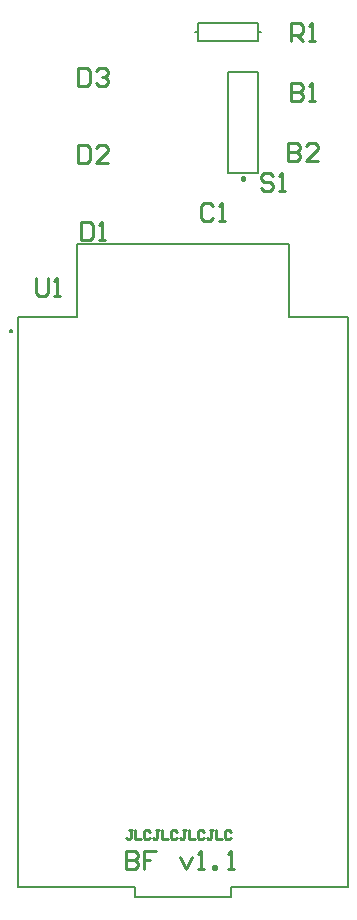
<source format=gto>
%FSTAX23Y23*%
%MOIN*%
%SFA1B1*%

%IPPOS*%
%ADD10C,0.009840*%
%ADD11C,0.007870*%
%ADD12C,0.005000*%
%ADD13C,0.010000*%
%LNpcb1-1*%
%LPD*%
G54D10*
X00804Y02412D02*
D01*
X00804Y02412*
X00804Y02413*
X00804Y02413*
X00804Y02413*
X00804Y02414*
X00804Y02414*
X00804Y02414*
X00804Y02415*
X00804Y02415*
X00803Y02415*
X00803Y02415*
X00803Y02416*
X00803Y02416*
X00802Y02416*
X00802Y02416*
X00802Y02416*
X00801Y02417*
X00801Y02417*
X00801Y02417*
X008Y02417*
X008Y02417*
X008Y02417*
X00799*
X00799Y02417*
X00799Y02417*
X00798Y02417*
X00798Y02417*
X00798Y02417*
X00797Y02416*
X00797Y02416*
X00797Y02416*
X00797Y02416*
X00796Y02416*
X00796Y02415*
X00796Y02415*
X00796Y02415*
X00795Y02415*
X00795Y02414*
X00795Y02414*
X00795Y02414*
X00795Y02413*
X00795Y02413*
X00795Y02413*
X00795Y02412*
X00795Y02412*
X00795Y02412*
X00795Y02411*
X00795Y02411*
X00795Y02411*
X00795Y0241*
X00795Y0241*
X00795Y0241*
X00795Y02409*
X00796Y02409*
X00796Y02409*
X00796Y02409*
X00796Y02408*
X00797Y02408*
X00797Y02408*
X00797Y02408*
X00797Y02408*
X00798Y02407*
X00798Y02407*
X00798Y02407*
X00799Y02407*
X00799Y02407*
X00799Y02407*
X008*
X008Y02407*
X008Y02407*
X00801Y02407*
X00801Y02407*
X00801Y02407*
X00802Y02408*
X00802Y02408*
X00802Y02408*
X00803Y02408*
X00803Y02408*
X00803Y02409*
X00803Y02409*
X00804Y02409*
X00804Y02409*
X00804Y0241*
X00804Y0241*
X00804Y0241*
X00804Y02411*
X00804Y02411*
X00804Y02411*
X00804Y02412*
X00804Y02412*
G54D11*
X0003Y01904D02*
D01*
X0003Y01904*
X0003Y01905*
X0003Y01905*
X0003Y01905*
X0003Y01906*
X00029Y01906*
X00029Y01906*
X00029Y01906*
X00029Y01907*
X00029Y01907*
X00029Y01907*
X00029Y01907*
X00028Y01907*
X00028Y01907*
X00028Y01908*
X00028Y01908*
X00027Y01908*
X00027Y01908*
X00027Y01908*
X00027Y01908*
X00026Y01908*
X00026Y01908*
X00026*
X00025Y01908*
X00025Y01908*
X00025Y01908*
X00025Y01908*
X00024Y01908*
X00024Y01908*
X00024Y01908*
X00024Y01907*
X00023Y01907*
X00023Y01907*
X00023Y01907*
X00023Y01907*
X00023Y01907*
X00023Y01906*
X00022Y01906*
X00022Y01906*
X00022Y01906*
X00022Y01905*
X00022Y01905*
X00022Y01905*
X00022Y01904*
X00022Y01904*
X00022Y01904*
X00022Y01904*
X00022Y01903*
X00022Y01903*
X00022Y01903*
X00022Y01903*
X00022Y01902*
X00023Y01902*
X00023Y01902*
X00023Y01902*
X00023Y01901*
X00023Y01901*
X00023Y01901*
X00024Y01901*
X00024Y01901*
X00024Y01901*
X00024Y01901*
X00025Y019*
X00025Y019*
X00025Y019*
X00025Y019*
X00026Y019*
X00026*
X00026Y019*
X00027Y019*
X00027Y019*
X00027Y019*
X00027Y01901*
X00028Y01901*
X00028Y01901*
X00028Y01901*
X00028Y01901*
X00029Y01901*
X00029Y01901*
X00029Y01902*
X00029Y01902*
X00029Y01902*
X00029Y01902*
X00029Y01903*
X0003Y01903*
X0003Y01903*
X0003Y01903*
X0003Y01904*
X0003Y01904*
X0003Y01904*
X0075Y02431D02*
Y02768D01*
X0085*
Y02431D02*
Y02768D01*
X0075Y02431D02*
X0085D01*
X0065Y0287D02*
Y029D01*
Y0287D02*
X0085D01*
Y0293*
X0065D02*
X0085D01*
X0065Y029D02*
Y0293D01*
X0085Y029D02*
X00859D01*
X00641D02*
X0065D01*
G54D12*
X00759Y00051D02*
X01149D01*
X00759Y00016D02*
Y00051D01*
X00439Y00016D02*
X00759D01*
X00439D02*
Y00051D01*
X0005D02*
X00439D01*
X00954Y01949D02*
Y02193D01*
X00245D02*
X00954D01*
X00245Y01949D02*
Y02193D01*
X0005Y01949D02*
X00245D01*
X00954D02*
X01149D01*
Y00051D02*
Y01949D01*
X0005Y00051D02*
Y01949D01*
G54D13*
X00429Y00239D02*
X0042D01*
X00425*
Y00215*
X0042Y0021*
X00415*
X0041Y00215*
X00439Y00239D02*
Y0021D01*
X00459*
X00489Y00234D02*
X00484Y00239D01*
X00474*
X00469Y00234*
Y00215*
X00474Y0021*
X00484*
X00489Y00215*
X00519Y00239D02*
X00509D01*
X00514*
Y00215*
X00509Y0021*
X00504*
X00499Y00215*
X00529Y00239D02*
Y0021D01*
X00549*
X00579Y00234D02*
X00574Y00239D01*
X00564*
X00559Y00234*
Y00215*
X00564Y0021*
X00574*
X00579Y00215*
X00609Y00239D02*
X00599D01*
X00604*
Y00215*
X00599Y0021*
X00594*
X00589Y00215*
X00619Y00239D02*
Y0021D01*
X00639*
X00669Y00234D02*
X00664Y00239D01*
X00654*
X00649Y00234*
Y00215*
X00654Y0021*
X00664*
X00669Y00215*
X00699Y00239D02*
X00689D01*
X00694*
Y00215*
X00689Y0021*
X00684*
X00679Y00215*
X00709Y00239D02*
Y0021D01*
X00729*
X00759Y00234D02*
X00754Y00239D01*
X00744*
X00739Y00234*
Y00215*
X00744Y0021*
X00754*
X00759Y00215*
X0041Y00169D02*
Y0011D01*
X00439*
X00449Y0012*
Y00129*
X00439Y00139*
X0041*
X00439*
X00449Y00149*
Y00159*
X00439Y00169*
X0041*
X00509D02*
X00469D01*
Y00139*
X00489*
X00469*
Y0011*
X00589Y00149D02*
X00609Y0011D01*
X00629Y00149*
X00649Y0011D02*
X00669D01*
X00659*
Y00169*
X00649Y00159*
X00699Y0011D02*
Y0012D01*
X00709*
Y0011*
X00699*
X00749D02*
X00769D01*
X00759*
Y00169*
X00749Y00159*
X0095Y02529D02*
Y0247D01*
X0098*
X0099Y0248*
Y0249*
X0098Y025*
X0095*
X0098*
X0099Y0251*
Y02519*
X0098Y02529*
X0095*
X01049Y0247D02*
X0101D01*
X01049Y0251*
Y02519*
X01039Y02529*
X01019*
X0101Y02519*
X0096Y02729D02*
Y0267D01*
X0099*
X01Y0268*
Y0269*
X0099Y027*
X0096*
X0099*
X01Y0271*
Y02719*
X0099Y02729*
X0096*
X01019Y0267D02*
X01039D01*
X01029*
Y02729*
X01019Y02719*
X007Y02319D02*
X0069Y02329D01*
X0067*
X0066Y02319*
Y0228*
X0067Y0227*
X0069*
X007Y0228*
X00719Y0227D02*
X00739D01*
X00729*
Y02329*
X00719Y02319*
X0011Y02079D02*
Y0203D01*
X0012Y0202*
X0014*
X0015Y0203*
Y02079*
X00169Y0202D02*
X00189D01*
X00179*
Y02079*
X00169Y02069*
X009Y02419D02*
X0089Y02429D01*
X0087*
X0086Y02419*
Y0241*
X0087Y024*
X0089*
X009Y0239*
Y0238*
X0089Y0237*
X0087*
X0086Y0238*
X00919Y0237D02*
X00939D01*
X00929*
Y02429*
X00919Y02419*
X0096Y0287D02*
Y02929D01*
X0099*
X01Y02919*
Y029*
X0099Y0289*
X0096*
X0098D02*
X01Y0287D01*
X01019D02*
X01039D01*
X01029*
Y02929*
X01019Y02919*
X0025Y02779D02*
Y0272D01*
X0028*
X0029Y0273*
Y02769*
X0028Y02779*
X0025*
X0031Y02769D02*
X00319Y02779D01*
X00339*
X00349Y02769*
Y0276*
X00339Y0275*
X00329*
X00339*
X00349Y0274*
Y0273*
X00339Y0272*
X00319*
X0031Y0273*
X0025Y02524D02*
Y02465D01*
X0028*
X0029Y02475*
Y02514*
X0028Y02524*
X0025*
X00349Y02465D02*
X0031D01*
X00349Y02504*
Y02514*
X00339Y02524*
X00319*
X0031Y02514*
X0026Y02266D02*
Y02206D01*
X0029*
X003Y02216*
Y02256*
X0029Y02266*
X0026*
X00319Y02206D02*
X00339D01*
X00329*
Y02266*
X00319Y02256*
M02*
</source>
